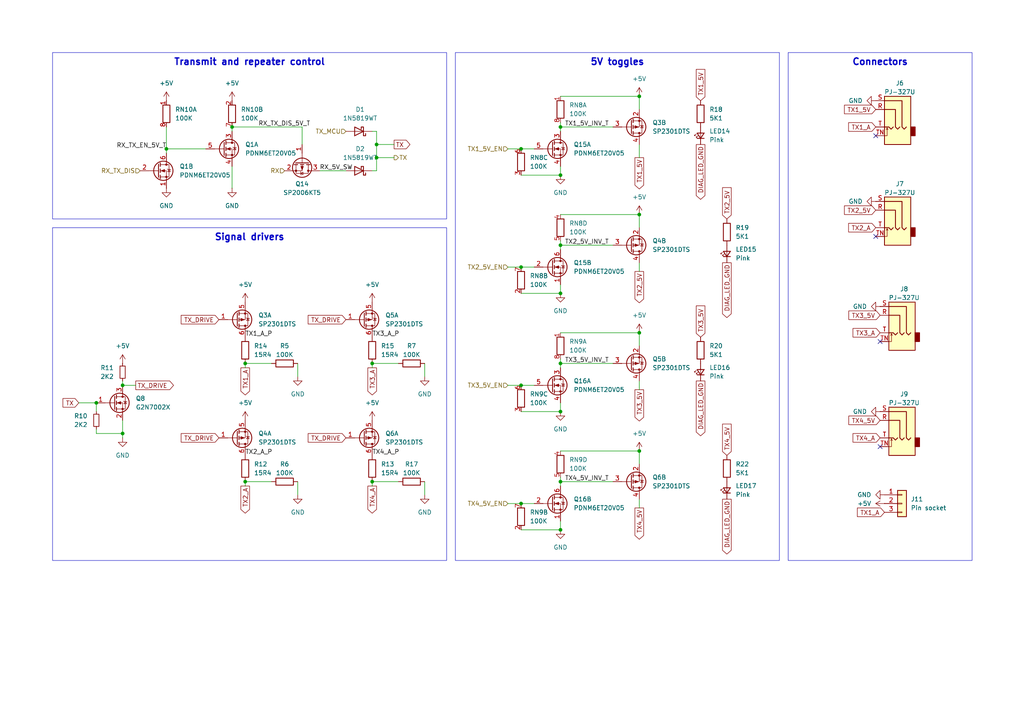
<source format=kicad_sch>
(kicad_sch (version 20250114) (generator "eeschema") (generator_version "9.0")
  (paper "A4")
  (lib_symbols
    (symbol "Connector_Generic:Conn_01x03" (pin_names (offset 1.016) (hide yes))
      (property "Reference" "J" (at 0 5.08 0))
      (property "Value" "Conn_01x03" (at 0 -5.08 0))
      (symbol "Conn_01x03_1_1"
        (rectangle (start -1.27 3.81) (end 1.27 -3.81) (stroke (width 0.254)) (fill (type background)))
        (rectangle (start -1.27 2.667) (end 0 2.413) (stroke (width 0.1524)))
        (rectangle (start -1.27 0.127) (end 0 -0.127) (stroke (width 0.1524)))
        (rectangle (start -1.27 -2.413) (end 0 -2.667) (stroke (width 0.1524)))
        (pin passive line (at -5.08 2.54 0) (length 3.81) (name "Pin_1") (number "1"))
        (pin passive line (at -5.08 0 0) (length 3.81) (name "Pin_2") (number "2"))
        (pin passive line (at -5.08 -2.54 0) (length 3.81) (name "Pin_3") (number "3"))
      )
    )
    (symbol "Device:LED_Small" (pin_numbers (hide yes)) (pin_names (offset 0.254) (hide yes))
      (property "Reference" "D" (at -1.27 3.175 0))
      (property "Value" "LED_Small" (at -4.445 -2.54 0))
      (symbol "LED_Small_0_1"
        (polyline (pts (xy -0.762 -1.016) (xy -0.762 1.016)) (stroke (width 0.254)))
        (polyline (pts (xy 0 0.762) (xy -0.508 1.27) (xy -0.254 1.27) (xy -0.508 1.27) (xy -0.508 1.016)))
        (polyline (pts (xy 0.508 1.27) (xy 0 1.778) (xy 0.254 1.778) (xy 0 1.778) (xy 0 1.524)))
        (polyline (pts (xy 0.762 -1.016) (xy -0.762 0) (xy 0.762 1.016) (xy 0.762 -1.016)) (stroke (width 0.254)))
        (polyline (pts (xy 1.016 0) (xy -0.762 0)))
      )
      (symbol "LED_Small_1_1"
        (pin passive line (at -2.54 0 0) (length 1.778) (name "K") (number "1"))
        (pin passive line (at 2.54 0 180) (length 1.778) (name "A") (number "2"))
      )
    )
    (symbol "Device:R" (pin_numbers (hide yes)) (pin_names (offset 0))
      (property "Reference" "R" (at 2.032 0 90))
      (property "Value" "R" (at 0 0 90))
      (symbol "R_0_1"
        (rectangle (start -1.016 -2.54) (end 1.016 2.54) (stroke (width 0.254)))
      )
      (symbol "R_1_1"
        (pin passive line (at 0 3.81 270) (length 1.27) (name "~") (number "1"))
        (pin passive line (at 0 -3.81 90) (length 1.27) (name "~") (number "2"))
      )
    )
    (symbol "Device:R_Pack04_Split" (pin_names (offset 0) (hide yes))
      (property "Reference" "RN" (at 2.032 0 90))
      (property "Value" "R_Pack04_Split" (at 0 0 90))
      (symbol "R_Pack04_Split_0_1"
        (rectangle (start 1.016 2.54) (end -1.016 -2.54) (stroke (width 0.254)))
      )
      (symbol "R_Pack04_Split_1_1"
        (pin passive line (at 0 3.81 270) (length 1.27) (name "R1.2") (number "8"))
        (pin passive line (at 0 -3.81 90) (length 1.27) (name "R1.1") (number "1"))
      )
      (symbol "R_Pack04_Split_2_1"
        (pin passive line (at 0 3.81 270) (length 1.27) (name "R2.2") (number "7"))
        (pin passive line (at 0 -3.81 90) (length 1.27) (name "R2.1") (number "2"))
      )
      (symbol "R_Pack04_Split_3_1"
        (pin passive line (at 0 3.81 270) (length 1.27) (name "R3.2") (number "6"))
        (pin passive line (at 0 -3.81 90) (length 1.27) (name "R3.1") (number "3"))
      )
      (symbol "R_Pack04_Split_4_1"
        (pin passive line (at 0 3.81 270) (length 1.27) (name "R4.2") (number "5"))
        (pin passive line (at 0 -3.81 90) (length 1.27) (name "R4.1") (number "4"))
      )
    )
    (symbol "Device:R_Small" (pin_numbers (hide yes)) (pin_names (offset 0.254) (hide yes))
      (property "Reference" "R" (at 0 0 90))
      (property "Value" "R_Small" (at 1.778 0 90))
      (symbol "R_Small_0_1"
        (rectangle (start -0.762 1.778) (end 0.762 -1.778) (stroke (width 0.2032)))
      )
      (symbol "R_Small_1_1"
        (pin passive line (at 0 2.54 270) (length 0.762) (name "~") (number "1"))
        (pin passive line (at 0 -2.54 90) (length 0.762) (name "~") (number "2"))
      )
    )
    (symbol "connector:AudioJack3_SwitchT_PJ-327U"
      (property "Reference" "J" (at 0 8.89 0))
      (property "Value" "PJ-327U" (at 0 6.35 0))
      (symbol "AudioJack3_SwitchT_PJ-327U_0_1"
        (rectangle (start -5.08 -5.08) (end -6.35 -7.62) (stroke (width 0.254)) (fill (type outline)))
        (polyline (pts (xy -1.905 -5.08) (xy -1.27 -5.715) (xy -0.635 -5.08) (xy -0.635 0) (xy 2.54 0)) (stroke (width 0.254)))
        (polyline (pts (xy 0 -5.08) (xy 0.635 -5.715) (xy 1.27 -5.08) (xy 2.54 -5.08)) (stroke (width 0.254)))
        (polyline (pts (xy 1.778 -5.334) (xy 2.032 -5.842)))
        (rectangle (start 2.54 3.81) (end -5.08 -10.16) (stroke (width 0.254)) (fill (type background)))
        (polyline (pts (xy 2.54 2.54) (xy -2.54 2.54) (xy -2.54 -5.08) (xy -3.175 -5.715) (xy -3.81 -5.08)) (stroke (width 0.254)))
        (polyline (pts (xy 2.54 -7.62) (xy 1.778 -7.62) (xy 1.778 -5.334) (xy 1.524 -5.842)))
      )
      (symbol "AudioJack3_SwitchT_PJ-327U_1_1"
        (pin passive line (at 5.08 2.54 180) (length 2.54) (name "~") (number "S"))
        (pin passive line (at 5.08 0 180) (length 2.54) (name "~") (number "R"))
        (pin passive line (at 5.08 -5.08 180) (length 2.54) (name "~") (number "T"))
        (pin passive line (at 5.08 -7.62 180) (length 2.54) (name "~") (number "TN"))
      )
    )
    (symbol "discrete:1N5819WT" (pin_numbers (hide yes)) (pin_names (offset 1.016) (hide yes))
      (property "Reference" "D" (at 0 2.54 0))
      (property "Value" "1N5819WT" (at 0 -2.54 0))
      (symbol "1N5819WT_0_1"
        (polyline (pts (xy -1.905 0.635) (xy -1.905 1.27) (xy -1.27 1.27) (xy -1.27 -1.27) (xy -0.635 -1.27) (xy -0.635 -0.635)) (stroke (width 0.254)))
        (polyline (pts (xy 1.27 1.27) (xy 1.27 -1.27) (xy -1.27 0) (xy 1.27 1.27)) (stroke (width 0.254)))
        (polyline (pts (xy 1.27 0) (xy -1.27 0)))
      )
      (symbol "1N5819WT_1_1"
        (pin passive line (at -3.81 0 0) (length 2.54) (name "K") (number "1"))
        (pin passive line (at 3.81 0 180) (length 2.54) (name "A") (number "2"))
      )
    )
    (symbol "discrete:G2N7002X" (pin_names (hide yes))
      (property "Reference" "Q" (at 5.08 1.905 0))
      (property "Value" "G2N7002X" (at 5.08 0 0))
      (symbol "G2N7002X_0_1"
        (polyline (pts (xy 0.254 1.905) (xy 0.254 -1.905)) (stroke (width 0.254)))
        (polyline (pts (xy 0.254 0) (xy -2.54 0)))
        (polyline (pts (xy 0.762 2.286) (xy 0.762 1.27)) (stroke (width 0.254)))
        (polyline (pts (xy 0.762 0.508) (xy 0.762 -0.508)) (stroke (width 0.254)))
        (polyline (pts (xy 0.762 -1.27) (xy 0.762 -2.286)) (stroke (width 0.254)))
        (polyline (pts (xy 0.762 -1.778) (xy 3.302 -1.778) (xy 3.302 1.778) (xy 0.762 1.778)))
        (polyline (pts (xy 1.016 0) (xy 2.032 0.381) (xy 2.032 -0.381) (xy 1.016 0)) (fill (type outline)))
        (circle (center 1.651 0) (radius 2.794) (stroke (width 0.254)))
        (polyline (pts (xy 2.54 2.54) (xy 2.54 1.778)))
        (circle (center 2.54 1.778) (radius 0.254) (fill (type outline)))
        (circle (center 2.54 -1.778) (radius 0.254) (fill (type outline)))
        (polyline (pts (xy 2.54 -2.54) (xy 2.54 0) (xy 0.762 0)))
        (polyline (pts (xy 2.794 0.508) (xy 2.921 0.381) (xy 3.683 0.381) (xy 3.81 0.254)))
        (polyline (pts (xy 3.302 0.381) (xy 2.921 -0.254) (xy 3.683 -0.254) (xy 3.302 0.381)))
      )
      (symbol "G2N7002X_1_1"
        (pin input line (at -5.08 0 0) (length 2.54) (name "G") (number "1"))
        (pin passive line (at 2.54 5.08 270) (length 2.54) (name "D") (number "3"))
        (pin passive line (at 2.54 -5.08 90) (length 2.54) (name "S") (number "2"))
      )
    )
    (symbol "discrete:PDNM6ET20V05" (pin_names (hide yes))
      (property "Reference" "Q" (at 5.08 1.905 0))
      (property "Value" "PDNM6ET20V05" (at 5.08 0 0))
      (symbol "PDNM6ET20V05_0_1"
        (polyline (pts (xy 0.254 1.905) (xy 0.254 -1.905)) (stroke (width 0.254)))
        (polyline (pts (xy 0.254 0) (xy -2.54 0)))
        (polyline (pts (xy 0.762 2.286) (xy 0.762 1.27)) (stroke (width 0.254)))
        (polyline (pts (xy 0.762 0.508) (xy 0.762 -0.508)) (stroke (width 0.254)))
        (polyline (pts (xy 0.762 -1.27) (xy 0.762 -2.286)) (stroke (width 0.254)))
        (polyline (pts (xy 0.762 -1.778) (xy 3.302 -1.778) (xy 3.302 1.778) (xy 0.762 1.778)))
        (polyline (pts (xy 1.016 0) (xy 2.032 0.381) (xy 2.032 -0.381) (xy 1.016 0)) (fill (type outline)))
        (circle (center 1.651 0) (radius 2.794) (stroke (width 0.254)))
        (polyline (pts (xy 2.54 2.54) (xy 2.54 1.778)))
        (circle (center 2.54 1.778) (radius 0.254) (fill (type outline)))
        (circle (center 2.54 -1.778) (radius 0.254) (fill (type outline)))
        (polyline (pts (xy 2.54 -2.54) (xy 2.54 0) (xy 0.762 0)))
        (polyline (pts (xy 2.794 0.508) (xy 2.921 0.381) (xy 3.683 0.381) (xy 3.81 0.254)))
        (polyline (pts (xy 3.302 0.381) (xy 2.921 -0.254) (xy 3.683 -0.254) (xy 3.302 0.381)))
      )
      (symbol "PDNM6ET20V05_1_1"
        (pin input line (at -5.08 0 0) (length 2.54) (name "G") (number "5"))
        (pin passive line (at 2.54 5.08 270) (length 2.54) (name "D") (number "3"))
        (pin passive line (at 2.54 -5.08 90) (length 2.54) (name "S") (number "4"))
      )
      (symbol "PDNM6ET20V05_2_1"
        (pin input line (at -5.08 0 0) (length 2.54) (name "G") (number "2"))
        (pin passive line (at 2.54 5.08 270) (length 2.54) (name "D") (number "6"))
        (pin passive line (at 2.54 -5.08 90) (length 2.54) (name "S") (number "1"))
      )
    )
    (symbol "discrete:SP2006KT5" (pin_names (hide yes))
      (property "Reference" "Q" (at 5.08 1.905 0))
      (property "Value" "SP2006KT5" (at 5.08 0 0))
      (symbol "SP2006KT5_0_1"
        (polyline (pts (xy 0.254 1.905) (xy 0.254 -1.905)) (stroke (width 0.254)))
        (polyline (pts (xy 0.254 0) (xy -2.54 0)))
        (polyline (pts (xy 0.762 2.286) (xy 0.762 1.27)) (stroke (width 0.254)))
        (polyline (pts (xy 0.762 1.778) (xy 3.302 1.778) (xy 3.302 -1.778) (xy 0.762 -1.778)))
        (polyline (pts (xy 0.762 0.508) (xy 0.762 -0.508)) (stroke (width 0.254)))
        (polyline (pts (xy 0.762 -1.27) (xy 0.762 -2.286)) (stroke (width 0.254)))
        (circle (center 1.651 0) (radius 2.794) (stroke (width 0.254)))
        (polyline (pts (xy 2.286 0) (xy 1.27 0.381) (xy 1.27 -0.381) (xy 2.286 0)) (fill (type outline)))
        (polyline (pts (xy 2.54 2.54) (xy 2.54 1.778)))
        (circle (center 2.54 1.778) (radius 0.254) (fill (type outline)))
        (circle (center 2.54 -1.778) (radius 0.254) (fill (type outline)))
        (polyline (pts (xy 2.54 -2.54) (xy 2.54 0) (xy 0.762 0)))
        (polyline (pts (xy 2.794 -0.508) (xy 2.921 -0.381) (xy 3.683 -0.381) (xy 3.81 -0.254)))
        (polyline (pts (xy 3.302 -0.381) (xy 2.921 0.254) (xy 3.683 0.254) (xy 3.302 -0.381)))
      )
      (symbol "SP2006KT5_1_1"
        (pin input line (at -5.08 0 0) (length 2.54) (name "G") (number "1"))
        (pin passive line (at 2.54 5.08 270) (length 2.54) (name "D") (number "3"))
        (pin passive line (at 2.54 -5.08 90) (length 2.54) (name "S") (number "2"))
      )
    )
    (symbol "discrete:SP2301DTS" (pin_names (hide yes))
      (property "Reference" "Q" (at 5.08 1.905 0))
      (property "Value" "SP2301DTS" (at 5.08 0 0))
      (symbol "SP2301DTS_0_1"
        (polyline (pts (xy 0.254 1.905) (xy 0.254 -1.905)) (stroke (width 0.254)))
        (polyline (pts (xy 0.254 0) (xy -2.54 0)))
        (polyline (pts (xy 0.762 2.286) (xy 0.762 1.27)) (stroke (width 0.254)))
        (polyline (pts (xy 0.762 1.778) (xy 3.302 1.778) (xy 3.302 -1.778) (xy 0.762 -1.778)))
        (polyline (pts (xy 0.762 0.508) (xy 0.762 -0.508)) (stroke (width 0.254)))
        (polyline (pts (xy 0.762 -1.27) (xy 0.762 -2.286)) (stroke (width 0.254)))
        (circle (center 1.651 0) (radius 2.794) (stroke (width 0.254)))
        (polyline (pts (xy 2.286 0) (xy 1.27 0.381) (xy 1.27 -0.381) (xy 2.286 0)) (fill (type outline)))
        (polyline (pts (xy 2.54 2.54) (xy 2.54 1.778)))
        (circle (center 2.54 1.778) (radius 0.254) (fill (type outline)))
        (circle (center 2.54 -1.778) (radius 0.254) (fill (type outline)))
        (polyline (pts (xy 2.54 -2.54) (xy 2.54 0) (xy 0.762 0)))
        (polyline (pts (xy 2.794 -0.508) (xy 2.921 -0.381) (xy 3.683 -0.381) (xy 3.81 -0.254)))
        (polyline (pts (xy 3.302 -0.381) (xy 2.921 0.254) (xy 3.683 0.254) (xy 3.302 -0.381)))
      )
      (symbol "SP2301DTS_1_1"
        (pin input line (at -5.08 0 0) (length 2.54) (name "G1") (number "1"))
        (pin passive line (at 2.54 5.08 270) (length 2.54) (name "D1") (number "6"))
        (pin passive line (at 2.54 -5.08 90) (length 2.54) (name "S1") (number "5"))
      )
      (symbol "SP2301DTS_2_1"
        (pin input line (at -5.08 0 0) (length 2.54) (name "G2") (number "3"))
        (pin passive line (at 2.54 5.08 270) (length 2.54) (name "D2") (number "4"))
        (pin passive line (at 2.54 -5.08 90) (length 2.54) (name "S2") (number "2"))
      )
    )
    (symbol "power:GND" (power) (pin_numbers (hide yes)) (pin_names (offset 0) (hide yes))
      (property "Value" "GND" (at 0 -3.81 0))
      (symbol "GND_0_1"
        (polyline (pts (xy 0 0) (xy 0 -1.27) (xy 1.27 -1.27) (xy 0 -2.54) (xy -1.27 -1.27) (xy 0 -1.27)))
      )
      (symbol "GND_1_1"
        (pin power_in line (at 0 0 270) (length 0) (name "~") (number "1"))
      )
    )
    (symbol "power:VCC" (power) (pin_numbers (hide yes)) (pin_names (offset 0) (hide yes))
      (property "Value" "VCC" (at 0 3.556 0))
      (symbol "VCC_0_1"
        (polyline (pts (xy -0.762 1.27) (xy 0 2.54)))
        (polyline (pts (xy 0 2.54) (xy 0.762 1.27)))
        (polyline (pts (xy 0 0) (xy 0 2.54)))
      )
      (symbol "VCC_1_1"
        (pin power_in line (at 0 0 90) (length 0) (name "~") (number "1"))
      )
    )
  )
  (text_box "Transmit and repeater control" (at 15.24 15.24 0) (size 114.3 48.26) (margins 1.4923 1.4923 1.4923 1.4923) (stroke (width 0.127)) (effects (font (size 1.905 1.905) (thickness 0.381) (bold yes)) (justify top)))
  (text_box "Connectors" (at 228.6 15.24 0) (size 53.34 147.32) (margins 1.4923 1.4923 1.4923 1.4923) (stroke (width 0.127)) (effects (font (size 1.905 1.905) (thickness 0.381) (bold yes)) (justify top)))
  (text_box "5V toggles" (at 132.08 15.24 0) (size 93.98 147.32) (margins 1.4923 1.4923 1.4923 1.4923) (stroke (width 0.127)) (effects (font (size 1.905 1.905) (thickness 0.381) (bold yes)) (justify top)))
  (text_box "Signal drivers" (at 15.24 66.04 0) (size 114.3 96.52) (margins 1.4923 1.4923 1.4923 1.4923) (stroke (width 0.127)) (effects (font (size 1.905 1.905) (thickness 0.381) (bold yes)) (justify top)))
  (junction (at 185.42 130.81))
  (junction (at 151.13 146.05))
  (junction (at 151.13 43.18))
  (junction (at 162.56 105.41))
  (junction (at 109.22 41.91))
  (junction (at 162.56 71.12))
  (junction (at 107.95 105.41))
  (junction (at 162.56 85.09))
  (junction (at 109.22 45.72))
  (junction (at 151.13 77.47))
  (junction (at 27.94 116.84))
  (junction (at 185.42 62.23))
  (junction (at 162.56 36.83))
  (junction (at 162.56 119.38))
  (junction (at 35.56 111.76))
  (junction (at 151.13 111.76))
  (junction (at 185.42 27.94))
  (junction (at 185.42 96.52))
  (junction (at 71.12 139.7))
  (junction (at 162.56 50.8))
  (junction (at 48.26 43.18))
  (junction (at 162.56 139.7))
  (junction (at 35.56 125.73))
  (junction (at 107.95 139.7))
  (junction (at 162.56 153.67))
  (junction (at 67.31 36.83))
  (junction (at 71.12 105.41))
  (no_connect (at 254 68.58))
  (no_connect (at 255.27 99.06))
  (no_connect (at 254 39.37))
  (no_connect (at 255.27 129.54))
  (wire (pts (xy 107.95 105.41) (xy 115.57 105.41)))
  (wire (pts (xy 185.42 147.32) (xy 185.42 144.78)))
  (wire (pts (xy 35.56 125.73) (xy 35.56 127)))
  (wire (pts (xy 35.56 121.92) (xy 35.56 125.73)))
  (wire (pts (xy 162.56 119.38) (xy 162.56 116.84)))
  (wire (pts (xy 107.95 38.1) (xy 109.22 38.1)))
  (wire (pts (xy 87.63 36.83) (xy 87.63 41.91)))
  (wire (pts (xy 185.42 62.23) (xy 185.42 66.04)))
  (wire (pts (xy 109.22 38.1) (xy 109.22 41.91)))
  (wire (pts (xy 162.56 27.94) (xy 185.42 27.94)))
  (wire (pts (xy 107.95 140.97) (xy 107.95 139.7)))
  (wire (pts (xy 162.56 104.14) (xy 162.56 105.41)))
  (wire (pts (xy 162.56 71.12) (xy 177.8 71.12)))
  (wire (pts (xy 48.26 36.83) (xy 48.26 43.18)))
  (wire (pts (xy 86.36 139.7) (xy 86.36 143.51)))
  (wire (pts (xy 162.56 36.83) (xy 162.56 38.1)))
  (wire (pts (xy 71.12 140.97) (xy 71.12 139.7)))
  (wire (pts (xy 86.36 105.41) (xy 86.36 109.22)))
  (wire (pts (xy 147.32 146.05) (xy 151.13 146.05)))
  (wire (pts (xy 107.95 139.7) (xy 115.57 139.7)))
  (wire (pts (xy 162.56 96.52) (xy 185.42 96.52)))
  (wire (pts (xy 71.12 106.68) (xy 71.12 105.41)))
  (wire (pts (xy 162.56 71.12) (xy 162.56 72.39)))
  (wire (pts (xy 27.94 125.73) (xy 35.56 125.73)))
  (wire (pts (xy 151.13 119.38) (xy 162.56 119.38)))
  (wire (pts (xy 48.26 43.18) (xy 59.69 43.18)))
  (wire (pts (xy 151.13 111.76) (xy 154.94 111.76)))
  (wire (pts (xy 71.12 139.7) (xy 78.74 139.7)))
  (wire (pts (xy 162.56 69.85) (xy 162.56 71.12)))
  (wire (pts (xy 162.56 36.83) (xy 177.8 36.83)))
  (wire (pts (xy 162.56 153.67) (xy 162.56 151.13)))
  (wire (pts (xy 151.13 146.05) (xy 154.94 146.05)))
  (wire (pts (xy 123.19 139.7) (xy 123.19 143.51)))
  (wire (pts (xy 185.42 130.81) (xy 185.42 134.62)))
  (wire (pts (xy 162.56 130.81) (xy 185.42 130.81)))
  (wire (pts (xy 151.13 43.18) (xy 154.94 43.18)))
  (wire (pts (xy 123.19 105.41) (xy 123.19 109.22)))
  (wire (pts (xy 67.31 54.61) (xy 67.31 48.26)))
  (wire (pts (xy 151.13 153.67) (xy 162.56 153.67)))
  (wire (pts (xy 35.56 110.49) (xy 35.56 111.76)))
  (wire (pts (xy 162.56 138.43) (xy 162.56 139.7)))
  (wire (pts (xy 109.22 41.91) (xy 109.22 45.72)))
  (wire (pts (xy 22.86 116.84) (xy 27.94 116.84)))
  (wire (pts (xy 185.42 78.74) (xy 185.42 76.2)))
  (wire (pts (xy 185.42 113.03) (xy 185.42 110.49)))
  (wire (pts (xy 151.13 77.47) (xy 154.94 77.47)))
  (wire (pts (xy 147.32 43.18) (xy 151.13 43.18)))
  (wire (pts (xy 109.22 45.72) (xy 114.3 45.72)))
  (wire (pts (xy 27.94 124.46) (xy 27.94 125.73)))
  (wire (pts (xy 67.31 36.83) (xy 87.63 36.83)))
  (wire (pts (xy 109.22 41.91) (xy 114.3 41.91)))
  (wire (pts (xy 162.56 85.09) (xy 162.56 82.55)))
  (wire (pts (xy 147.32 77.47) (xy 151.13 77.47)))
  (wire (pts (xy 185.42 27.94) (xy 185.42 31.75)))
  (wire (pts (xy 67.31 36.83) (xy 67.31 38.1)))
  (wire (pts (xy 48.26 43.18) (xy 48.26 44.45)))
  (wire (pts (xy 27.94 116.84) (xy 27.94 119.38)))
  (wire (pts (xy 107.95 49.53) (xy 109.22 49.53)))
  (wire (pts (xy 162.56 50.8) (xy 162.56 48.26)))
  (wire (pts (xy 71.12 105.41) (xy 78.74 105.41)))
  (wire (pts (xy 185.42 96.52) (xy 185.42 100.33)))
  (wire (pts (xy 92.71 49.53) (xy 100.33 49.53)))
  (wire (pts (xy 109.22 45.72) (xy 109.22 49.53)))
  (wire (pts (xy 162.56 62.23) (xy 185.42 62.23)))
  (wire (pts (xy 147.32 111.76) (xy 151.13 111.76)))
  (wire (pts (xy 107.95 106.68) (xy 107.95 105.41)))
  (wire (pts (xy 185.42 41.91) (xy 185.42 45.72)))
  (wire (pts (xy 162.56 35.56) (xy 162.56 36.83)))
  (wire (pts (xy 151.13 50.8) (xy 162.56 50.8)))
  (wire (pts (xy 151.13 85.09) (xy 162.56 85.09)))
  (wire (pts (xy 162.56 139.7) (xy 162.56 140.97)))
  (wire (pts (xy 162.56 105.41) (xy 162.56 106.68)))
  (wire (pts (xy 35.56 111.76) (xy 39.37 111.76)))
  (wire (pts (xy 162.56 105.41) (xy 177.8 105.41)))
  (wire (pts (xy 162.56 139.7) (xy 177.8 139.7)))
  (label "TX2_A_P" (at 71.12 132.08 0))
  (label "TX1_5V_INV_T" (at 163.83 36.83 0))
  (label "RX_TX_EN_5V_T" (at 48.26 43.18 180))
  (label "TX4_5V_INV_T" (at 163.83 139.7 0))
  (label "TX4_A_P" (at 107.95 132.08 0))
  (label "RX_TX_DIS_5V_T" (at 74.93 36.83 0))
  (label "TX1_A_P" (at 71.12 97.79 0))
  (label "TX3_5V_INV_T" (at 163.83 105.41 0))
  (label "RX_5V_SW" (at 92.71 49.53 0))
  (label "TX2_5V_INV_T" (at 163.83 71.12 0))
  (label "TX3_A_P" (at 107.95 97.79 0))
  (global_label "TX1_A" (shape input) (at 254 36.83 180) (property "Intersheetrefs" "${INTERSHEET_REFS}" (effects (hide yes))))
  (global_label "TX3_A" (shape input) (at 255.27 96.52 180) (property "Intersheetrefs" "${INTERSHEET_REFS}" (effects (hide yes))))
  (global_label "TX4_A" (shape output) (at 107.95 140.97 270) (property "Intersheetrefs" "${INTERSHEET_REFS}" (effects (hide yes))))
  (global_label "TX2_5V" (shape output) (at 185.42 78.74 270) (property "Intersheetrefs" "${INTERSHEET_REFS}" (effects (hide yes))))
  (global_label "TX1_5V" (shape output) (at 185.42 45.72 270) (property "Intersheetrefs" "${INTERSHEET_REFS}" (effects (hide yes))))
  (global_label "TX1_5V" (shape input) (at 254 31.75 180) (property "Intersheetrefs" "${INTERSHEET_REFS}" (effects (hide yes))))
  (global_label "TX1_5V" (shape input) (at 203.2 29.21 90) (property "Intersheetrefs" "${INTERSHEET_REFS}" (effects (hide yes))))
  (global_label "TX4_5V" (shape input) (at 210.82 132.08 90) (property "Intersheetrefs" "${INTERSHEET_REFS}" (effects (hide yes))))
  (global_label "TX3_5V" (shape input) (at 203.2 97.79 90) (property "Intersheetrefs" "${INTERSHEET_REFS}" (effects (hide yes))))
  (global_label "TX3_5V" (shape input) (at 255.27 91.44 180) (property "Intersheetrefs" "${INTERSHEET_REFS}" (effects (hide yes))))
  (global_label "TX1_A" (shape input) (at 256.54 148.59 180) (property "Intersheetrefs" "${INTERSHEET_REFS}" (effects (hide yes))))
  (global_label "DIAG_LED_GND" (shape output) (at 210.82 76.2 270) (property "Intersheetrefs" "${INTERSHEET_REFS}" (effects (hide yes))))
  (global_label "TX_DRIVE" (shape output) (at 39.37 111.76 0) (property "Intersheetrefs" "${INTERSHEET_REFS}" (effects (hide yes))))
  (global_label "DIAG_LED_GND" (shape output) (at 203.2 110.49 270) (property "Intersheetrefs" "${INTERSHEET_REFS}" (effects (hide yes))))
  (global_label "TX_DRIVE" (shape input) (at 100.33 127 180) (property "Intersheetrefs" "${INTERSHEET_REFS}" (effects (hide yes))))
  (global_label "DIAG_LED_GND" (shape output) (at 210.82 144.78 270) (property "Intersheetrefs" "${INTERSHEET_REFS}" (effects (hide yes))))
  (global_label "TX_DRIVE" (shape input) (at 100.33 92.71 180) (property "Intersheetrefs" "${INTERSHEET_REFS}" (effects (hide yes))))
  (global_label "DIAG_LED_GND" (shape output) (at 203.2 41.91 270) (property "Intersheetrefs" "${INTERSHEET_REFS}" (effects (hide yes))))
  (global_label "TX2_A" (shape input) (at 254 66.04 180) (property "Intersheetrefs" "${INTERSHEET_REFS}" (effects (hide yes))))
  (global_label "TX3_5V" (shape output) (at 185.42 113.03 270) (property "Intersheetrefs" "${INTERSHEET_REFS}" (effects (hide yes))))
  (global_label "TX4_5V" (shape input) (at 255.27 121.92 180) (property "Intersheetrefs" "${INTERSHEET_REFS}" (effects (hide yes))))
  (global_label "TX3_A" (shape output) (at 107.95 106.68 270) (property "Intersheetrefs" "${INTERSHEET_REFS}" (effects (hide yes))))
  (global_label "TX2_A" (shape output) (at 71.12 140.97 270) (property "Intersheetrefs" "${INTERSHEET_REFS}" (effects (hide yes))))
  (global_label "TX2_5V" (shape input) (at 210.82 63.5 90) (property "Intersheetrefs" "${INTERSHEET_REFS}" (effects (hide yes))))
  (global_label "TX4_5V" (shape output) (at 185.42 147.32 270) (property "Intersheetrefs" "${INTERSHEET_REFS}" (effects (hide yes))))
  (global_label "TX2_5V" (shape input) (at 254 60.96 180) (property "Intersheetrefs" "${INTERSHEET_REFS}" (effects (hide yes))))
  (global_label "TX_DRIVE" (shape input) (at 63.5 92.71 180) (property "Intersheetrefs" "${INTERSHEET_REFS}" (effects (hide yes))))
  (global_label "TX4_A" (shape input) (at 255.27 127 180) (property "Intersheetrefs" "${INTERSHEET_REFS}" (effects (hide yes))))
  (global_label "TX1_A" (shape output) (at 71.12 106.68 270) (property "Intersheetrefs" "${INTERSHEET_REFS}" (effects (hide yes))))
  (global_label "TX_DRIVE" (shape input) (at 63.5 127 180) (property "Intersheetrefs" "${INTERSHEET_REFS}" (effects (hide yes))))
  (global_label "TX" (shape input) (at 22.86 116.84 180) (property "Intersheetrefs" "${INTERSHEET_REFS}" (effects (hide yes))))
  (global_label "TX" (shape output) (at 114.3 41.91 0) (property "Intersheetrefs" "${INTERSHEET_REFS}" (effects (hide yes))))
  (hierarchical_label "TX" (shape output) (at 114.3 45.72 0))
  (hierarchical_label "TX2_5V_EN" (shape input) (at 147.32 77.47 180))
  (hierarchical_label "RX" (shape input) (at 82.55 49.53 180))
  (hierarchical_label "TX_MCU" (shape input) (at 100.33 38.1 180))
  (hierarchical_label "TX4_5V_EN" (shape input) (at 147.32 146.05 180))
  (hierarchical_label "TX1_5V_EN" (shape input) (at 147.32 43.18 180))
  (hierarchical_label "TX3_5V_EN" (shape input) (at 147.32 111.76 180))
  (hierarchical_label "RX_TX_DIS" (shape input) (at 40.64 49.53 180))
  (symbol (lib_id "Device:R_Pack04_Split") (at 162.56 66.04 180) (unit 4)
    (property "Reference" "RN8" (at 165.1 64.7699 0) (effects (justify right)))
    (property "Value" "100K" (at 165.1 67.3099 0) (effects (justify right)))
    (property "Footprint" "discrete:R_Array_Convex_4x0603" (effects (hide yes)))
    (property "Description" "4 resistor network, parallel topology, split" (effects (hide yes)))
    (property "LCSC Part" "C110374" (effects (hide yes)))
  )
  (symbol (lib_id "power:VCC") (at 35.56 105.41 0) (unit 1)
    (property "Reference" "#PWR070" (effects (hide yes)))
    (property "Value" "+5V" (at 35.56 100.33 0))
    (property "Description" "Power symbol creates a global label with name \"VCC\"" (effects (hide yes)))
  )
  (symbol (lib_id "power:GND") (at 48.26 54.61 0) (unit 1)
    (property "Reference" "#PWR025" (effects (hide yes)))
    (property "Value" "GND" (at 48.26 59.69 0))
    (property "Description" "Power symbol creates a global label with name \"GND\" , ground" (effects (hide yes)))
  )
  (symbol (lib_id "power:GND") (at 255.27 119.38 270) (unit 1)
    (property "Reference" "#PWR090" (effects (hide yes)))
    (property "Value" "GND" (at 251.46 119.3799 90) (effects (justify right)))
    (property "Description" "Power symbol creates a global label with name \"GND\" , ground" (effects (hide yes)))
  )
  (symbol (lib_id "Device:R") (at 71.12 135.89 0) (unit 1)
    (property "Reference" "R12" (at 73.66 134.6199 0) (effects (justify left)))
    (property "Value" "15R4" (at 73.66 137.1599 0) (effects (justify left)))
    (property "Footprint" "Resistor_SMD:R_1206_3216Metric" (effects (hide yes)))
    (property "Description" "Resistor" (effects (hide yes)))
    (property "LCSC Part" "C3013373" (effects (hide yes)))
  )
  (symbol (lib_id "power:GND") (at 255.27 88.9 270) (unit 1)
    (property "Reference" "#PWR089" (effects (hide yes)))
    (property "Value" "GND" (at 251.46 88.8999 90) (effects (justify right)))
    (property "Description" "Power symbol creates a global label with name \"GND\" , ground" (effects (hide yes)))
  )
  (symbol (lib_id "discrete:SP2301DTS") (at 182.88 105.41 0) (mirror x) (unit 2)
    (property "Reference" "Q5" (at 189.23 104.1399 0) (effects (justify left)))
    (property "Value" "SP2301DTS" (at 189.23 106.6799 0) (effects (justify left)))
    (property "Footprint" "Package_TO_SOT_SMD:SOT-23-6" (effects (hide yes)))
    (property "Datasheet" "https://www.lcsc.com/datasheet/lcsc_datasheet_2411212332_Siliup-SP2301DTS_C41355155.pdf" (effects (hide yes)))
    (property "Description" "-3A Id, -20V Vds, Dual P-Channel MOSFET, SOT-23-6" (effects (hide yes)))
    (property "LCSC Part" "C41355155" (effects (hide yes)))
  )
  (symbol (lib_id "Device:R_Pack04_Split") (at 67.31 33.02 180) (unit 2)
    (property "Reference" "RN10" (at 69.85 31.7499 0) (effects (justify right)))
    (property "Value" "100K" (at 69.85 34.2899 0) (effects (justify right)))
    (property "Footprint" "discrete:R_Array_Convex_4x0603" (effects (hide yes)))
    (property "Description" "4 resistor network, parallel topology, split" (effects (hide yes)))
    (property "LCSC Part" "C110374" (effects (hide yes)))
  )
  (symbol (lib_id "power:VCC") (at 107.95 121.92 0) (unit 1)
    (property "Reference" "#PWR069" (effects (hide yes)))
    (property "Value" "+5V" (at 107.95 116.84 0))
    (property "Description" "Power symbol creates a global label with name \"VCC\"" (effects (hide yes)))
  )
  (symbol (lib_id "power:GND") (at 35.56 127 0) (unit 1)
    (property "Reference" "#PWR071" (effects (hide yes)))
    (property "Value" "GND" (at 35.56 132.08 0))
    (property "Description" "Power symbol creates a global label with name \"GND\" , ground" (effects (hide yes)))
  )
  (symbol (lib_id "connector:AudioJack3_SwitchT_PJ-327U") (at 260.35 121.92 0) (mirror y) (unit 1)
    (property "Reference" "J9" (at 262.255 114.3 0))
    (property "Value" "PJ-327U" (at 262.255 116.84 0))
    (property "Footprint" "connector:Jack_3.5mm_PJ-327U-SMT_Horizontal" (effects (hide yes)))
    (property "Description" "Audio Jack, 3 Poles (Stereo / TRS), Switched T Pole (Normalling)" (effects (hide yes)))
    (property "LCSC Part" "C397453" (effects (hide yes)))
  )
  (symbol (lib_id "Device:R_Pack04_Split") (at 151.13 81.28 0) (unit 2)
    (property "Reference" "RN8" (at 153.67 80.0099 0) (effects (justify left)))
    (property "Value" "100K" (at 153.67 82.5499 0) (effects (justify left)))
    (property "Footprint" "discrete:R_Array_Convex_4x0603" (effects (hide yes)))
    (property "Description" "4 resistor network, parallel topology, split" (effects (hide yes)))
    (property "LCSC Part" "C110374" (effects (hide yes)))
  )
  (symbol (lib_id "discrete:SP2301DTS") (at 68.58 92.71 0) (mirror x) (unit 1)
    (property "Reference" "Q3" (at 74.93 91.4399 0) (effects (justify left)))
    (property "Value" "SP2301DTS" (at 74.93 93.9799 0) (effects (justify left)))
    (property "Footprint" "Package_TO_SOT_SMD:SOT-23-6" (effects (hide yes)))
    (property "Datasheet" "https://www.lcsc.com/datasheet/lcsc_datasheet_2411212332_Siliup-SP2301DTS_C41355155.pdf" (effects (hide yes)))
    (property "Description" "-3A Id, -20V Vds, Dual P-Channel MOSFET, SOT-23-6" (effects (hide yes)))
    (property "LCSC Part" "C41355155" (effects (hide yes)))
  )
  (symbol (lib_id "power:GND") (at 67.31 54.61 0) (unit 1)
    (property "Reference" "#PWR058" (effects (hide yes)))
    (property "Value" "GND" (at 67.31 59.69 0))
    (property "Description" "Power symbol creates a global label with name \"GND\" , ground" (effects (hide yes)))
  )
  (symbol (lib_id "Device:LED_Small") (at 203.2 39.37 90) (unit 1)
    (property "Reference" "LED14" (at 205.74 38.0364 90) (effects (justify right)))
    (property "Value" "Pink" (at 205.74 40.5764 90) (effects (justify right)))
    (property "Footprint" "discrete:LED_0603_1608Metric" (effects (hide yes)))
    (property "Description" "Light emitting diode, small symbol" (effects (hide yes)))
    (property "LCSC Part" "C7496826" (effects (hide yes)))
    (property "Sim.Pin" "1=K 2=A" (effects (hide yes)))
  )
  (symbol (lib_id "power:VCC") (at 185.42 130.81 0) (unit 1)
    (property "Reference" "#PWR0140" (effects (hide yes)))
    (property "Value" "+5V" (at 185.42 125.73 0))
    (property "Description" "Power symbol creates a global label with name \"VCC\"" (effects (hide yes)))
  )
  (symbol (lib_id "discrete:PDNM6ET20V05") (at 160.02 77.47 0) (unit 2)
    (property "Reference" "Q15" (at 166.37 76.1999 0) (effects (justify left)))
    (property "Value" "PDNM6ET20V05" (at 166.37 78.7399 0) (effects (justify left)))
    (property "Footprint" "Package_TO_SOT_SMD:SOT-563" (effects (hide yes)))
    (property "Datasheet" "https://www.lcsc.com/datasheet/lcsc_datasheet_2410121242_Shanghai-Prisemi-Elec-PDNM6ET20V05_C918811.pdf" (effects (hide yes)))
    (property "Description" "500mA Id, 20V Vds, Dual N-Channel MOSFET, SOT-563" (effects (hide yes)))
    (property "LCSC Part" "C918811" (effects (hide yes)))
  )
  (symbol (lib_id "power:GND") (at 254 29.21 270) (unit 1)
    (property "Reference" "#PWR085" (effects (hide yes)))
    (property "Value" "GND" (at 250.19 29.2099 90) (effects (justify right)))
    (property "Description" "Power symbol creates a global label with name \"GND\" , ground" (effects (hide yes)))
  )
  (symbol (lib_id "Device:R_Small") (at 27.94 121.92 0) (mirror y) (unit 1)
    (property "Reference" "R10" (at 25.4 120.6499 0) (effects (justify left)))
    (property "Value" "2K2" (at 25.4 123.1899 0) (effects (justify left)))
    (property "Footprint" "Resistor_SMD:R_0603_1608Metric" (effects (hide yes)))
    (property "Description" "Resistor, small symbol" (effects (hide yes)))
    (property "LCSC Part" "C4190" (effects (hide yes)))
  )
  (symbol (lib_id "power:VCC") (at 107.95 87.63 0) (unit 1)
    (property "Reference" "#PWR065" (effects (hide yes)))
    (property "Value" "+5V" (at 107.95 82.55 0))
    (property "Description" "Power symbol creates a global label with name \"VCC\"" (effects (hide yes)))
  )
  (symbol (lib_id "Device:R") (at 203.2 101.6 180) (unit 1)
    (property "Reference" "R20" (at 205.74 100.3299 0) (effects (justify right)))
    (property "Value" "5K1" (at 205.74 102.8699 0) (effects (justify right)))
    (property "Footprint" "Resistor_SMD:R_0603_1608Metric" (effects (hide yes)))
    (property "Description" "Resistor" (effects (hide yes)))
    (property "LCSC Part" "C23186" (effects (hide yes)))
  )
  (symbol (lib_id "Device:R") (at 71.12 101.6 0) (unit 1)
    (property "Reference" "R14" (at 73.66 100.3299 0) (effects (justify left)))
    (property "Value" "15R4" (at 73.66 102.8699 0) (effects (justify left)))
    (property "Footprint" "Resistor_SMD:R_1206_3216Metric" (effects (hide yes)))
    (property "Description" "Resistor" (effects (hide yes)))
    (property "LCSC Part" "C3013373" (effects (hide yes)))
  )
  (symbol (lib_id "Device:R") (at 210.82 67.31 180) (unit 1)
    (property "Reference" "R19" (at 213.36 66.0399 0) (effects (justify right)))
    (property "Value" "5K1" (at 213.36 68.5799 0) (effects (justify right)))
    (property "Footprint" "Resistor_SMD:R_0603_1608Metric" (effects (hide yes)))
    (property "Description" "Resistor" (effects (hide yes)))
    (property "LCSC Part" "C23186" (effects (hide yes)))
  )
  (symbol (lib_id "power:VCC") (at 185.42 96.52 0) (unit 1)
    (property "Reference" "#PWR0139" (effects (hide yes)))
    (property "Value" "+5V" (at 185.42 91.44 0))
    (property "Description" "Power symbol creates a global label with name \"VCC\"" (effects (hide yes)))
  )
  (symbol (lib_id "Device:R") (at 82.55 139.7 90) (unit 1)
    (property "Reference" "R6" (at 82.55 134.62 90))
    (property "Value" "100K" (at 82.55 137.16 90))
    (property "Footprint" "Resistor_SMD:R_0603_1608Metric" (effects (hide yes)))
    (property "Description" "Resistor" (effects (hide yes)))
    (property "LCSC Part" "C25803" (effects (hide yes)))
  )
  (symbol (lib_id "Device:R_Pack04_Split") (at 151.13 149.86 0) (mirror y) (unit 2)
    (property "Reference" "RN9" (at 153.67 148.5899 0) (effects (justify right)))
    (property "Value" "100K" (at 153.67 151.1299 0) (effects (justify right)))
    (property "Footprint" "discrete:R_Array_Convex_4x0603" (effects (hide yes)))
    (property "Description" "4 resistor network, parallel topology, split" (effects (hide yes)))
    (property "LCSC Part" "C110374" (effects (hide yes)))
  )
  (symbol (lib_id "Device:R_Pack04_Split") (at 162.56 100.33 180) (unit 1)
    (property "Reference" "RN9" (at 165.1 99.0599 0) (effects (justify right)))
    (property "Value" "100K" (at 165.1 101.5999 0) (effects (justify right)))
    (property "Footprint" "discrete:R_Array_Convex_4x0603" (effects (hide yes)))
    (property "Description" "4 resistor network, parallel topology, split" (effects (hide yes)))
    (property "LCSC Part" "C110374" (effects (hide yes)))
  )
  (symbol (lib_id "power:GND") (at 162.56 50.8 0) (unit 1)
    (property "Reference" "#PWR0135" (effects (hide yes)))
    (property "Value" "GND" (at 162.56 55.88 0))
    (property "Description" "Power symbol creates a global label with name \"GND\" , ground" (effects (hide yes)))
  )
  (symbol (lib_id "Device:R") (at 107.95 101.6 0) (unit 1)
    (property "Reference" "R15" (at 110.49 100.3299 0) (effects (justify left)))
    (property "Value" "15R4" (at 110.49 102.8699 0) (effects (justify left)))
    (property "Footprint" "Resistor_SMD:R_1206_3216Metric" (effects (hide yes)))
    (property "Description" "Resistor" (effects (hide yes)))
    (property "LCSC Part" "C3013373" (effects (hide yes)))
  )
  (symbol (lib_id "discrete:SP2301DTS") (at 182.88 139.7 0) (mirror x) (unit 2)
    (property "Reference" "Q6" (at 189.23 138.4299 0) (effects (justify left)))
    (property "Value" "SP2301DTS" (at 189.23 140.9699 0) (effects (justify left)))
    (property "Footprint" "Package_TO_SOT_SMD:SOT-23-6" (effects (hide yes)))
    (property "Datasheet" "https://www.lcsc.com/datasheet/lcsc_datasheet_2411212332_Siliup-SP2301DTS_C41355155.pdf" (effects (hide yes)))
    (property "Description" "-3A Id, -20V Vds, Dual P-Channel MOSFET, SOT-23-6" (effects (hide yes)))
    (property "LCSC Part" "C41355155" (effects (hide yes)))
  )
  (symbol (lib_id "power:GND") (at 256.54 143.51 270) (unit 1)
    (property "Reference" "#PWR0121" (effects (hide yes)))
    (property "Value" "GND" (at 252.73 143.5099 90) (effects (justify right)))
    (property "Description" "Power symbol creates a global label with name \"GND\" , ground" (effects (hide yes)))
  )
  (symbol (lib_id "connector:AudioJack3_SwitchT_PJ-327U") (at 259.08 60.96 0) (mirror y) (unit 1)
    (property "Reference" "J7" (at 260.985 53.34 0))
    (property "Value" "PJ-327U" (at 260.985 55.88 0))
    (property "Footprint" "connector:Jack_3.5mm_PJ-327U-SMT_Horizontal" (effects (hide yes)))
    (property "Description" "Audio Jack, 3 Poles (Stereo / TRS), Switched T Pole (Normalling)" (effects (hide yes)))
    (property "LCSC Part" "C397453" (effects (hide yes)))
  )
  (symbol (lib_id "discrete:SP2301DTS") (at 182.88 71.12 0) (mirror x) (unit 2)
    (property "Reference" "Q4" (at 189.23 69.8499 0) (effects (justify left)))
    (property "Value" "SP2301DTS" (at 189.23 72.3899 0) (effects (justify left)))
    (property "Footprint" "Package_TO_SOT_SMD:SOT-23-6" (effects (hide yes)))
    (property "Datasheet" "https://www.lcsc.com/datasheet/lcsc_datasheet_2411212332_Siliup-SP2301DTS_C41355155.pdf" (effects (hide yes)))
    (property "Description" "-3A Id, -20V Vds, Dual P-Channel MOSFET, SOT-23-6" (effects (hide yes)))
    (property "LCSC Part" "C41355155" (effects (hide yes)))
  )
  (symbol (lib_id "Device:R_Pack04_Split") (at 162.56 31.75 180) (unit 1)
    (property "Reference" "RN8" (at 165.1 30.4799 0) (effects (justify right)))
    (property "Value" "100K" (at 165.1 33.0199 0) (effects (justify right)))
    (property "Footprint" "discrete:R_Array_Convex_4x0603" (effects (hide yes)))
    (property "Description" "4 resistor network, parallel topology, split" (effects (hide yes)))
    (property "LCSC Part" "C110374" (effects (hide yes)))
  )
  (symbol (lib_id "Device:LED_Small") (at 203.2 107.95 90) (unit 1)
    (property "Reference" "LED16" (at 205.74 106.6164 90) (effects (justify right)))
    (property "Value" "Pink" (at 205.74 109.1564 90) (effects (justify right)))
    (property "Footprint" "discrete:LED_0603_1608Metric" (effects (hide yes)))
    (property "Description" "Light emitting diode, small symbol" (effects (hide yes)))
    (property "LCSC Part" "C7496826" (effects (hide yes)))
    (property "Sim.Pin" "1=K 2=A" (effects (hide yes)))
  )
  (symbol (lib_id "Connector_Generic:Conn_01x03") (at 261.62 146.05 0) (unit 1)
    (property "Reference" "J11" (at 264.16 144.7799 0) (effects (justify left)))
    (property "Value" "Pin socket" (at 264.16 147.3199 0) (effects (justify left)))
    (property "Footprint" "Connector_PinSocket_2.54mm:PinSocket_1x03_P2.54mm_Vertical" (effects (hide yes)))
    (property "Description" "Generic connector, single row, 01x03, script generated (kicad-library-utils/schlib/autogen/connector/)" (effects (hide yes)))
  )
  (symbol (lib_id "power:GND") (at 86.36 143.51 0) (unit 1)
    (property "Reference" "#PWR072" (effects (hide yes)))
    (property "Value" "GND" (at 86.36 148.59 0))
    (property "Description" "Power symbol creates a global label with name \"GND\" , ground" (effects (hide yes)))
  )
  (symbol (lib_id "power:GND") (at 162.56 119.38 0) (unit 1)
    (property "Reference" "#PWR075" (effects (hide yes)))
    (property "Value" "GND" (at 162.56 124.46 0))
    (property "Description" "Power symbol creates a global label with name \"GND\" , ground" (effects (hide yes)))
  )
  (symbol (lib_id "power:VCC") (at 185.42 62.23 0) (unit 1)
    (property "Reference" "#PWR0137" (effects (hide yes)))
    (property "Value" "+5V" (at 185.42 57.15 0))
    (property "Description" "Power symbol creates a global label with name \"VCC\"" (effects (hide yes)))
  )
  (symbol (lib_id "discrete:1N5819WT") (at 104.14 38.1 180) (unit 1)
    (property "Reference" "D1" (at 104.4575 31.75 0))
    (property "Value" "1N5819WT" (at 104.4575 34.29 0))
    (property "Footprint" "package:D_SOD-523" (effects (hide yes)))
    (property "Datasheet" "https://www.lcsc.com/datasheet/lcsc_datasheet_2403011756_JSMSEMI-1N5819WT_C20754784.pdf" (effects (hide yes)))
    (property "Description" "40V 600mV@200mA 350mA SOD-523 Schottky Barrier Diodes, SOD-523" (effects (hide yes)))
    (property "LCSC Part" "C20754784" (effects (hide yes)))
  )
  (symbol (lib_id "discrete:PDNM6ET20V05") (at 160.02 111.76 0) (unit 1)
    (property "Reference" "Q16" (at 166.37 110.4899 0) (effects (justify left)))
    (property "Value" "PDNM6ET20V05" (at 166.37 113.0299 0) (effects (justify left)))
    (property "Footprint" "Package_TO_SOT_SMD:SOT-563" (effects (hide yes)))
    (property "Datasheet" "https://www.lcsc.com/datasheet/lcsc_datasheet_2410121242_Shanghai-Prisemi-Elec-PDNM6ET20V05_C918811.pdf" (effects (hide yes)))
    (property "Description" "500mA Id, 20V Vds, Dual N-Channel MOSFET, SOT-563" (effects (hide yes)))
    (property "LCSC Part" "C918811" (effects (hide yes)))
  )
  (symbol (lib_id "Device:R") (at 119.38 105.41 90) (unit 1)
    (property "Reference" "R7" (at 119.38 100.33 90))
    (property "Value" "100K" (at 119.38 102.87 90))
    (property "Footprint" "Resistor_SMD:R_0603_1608Metric" (effects (hide yes)))
    (property "Description" "Resistor" (effects (hide yes)))
    (property "LCSC Part" "C25803" (effects (hide yes)))
  )
  (symbol (lib_id "Device:R") (at 210.82 135.89 180) (unit 1)
    (property "Reference" "R22" (at 213.36 134.6199 0) (effects (justify right)))
    (property "Value" "5K1" (at 213.36 137.1599 0) (effects (justify right)))
    (property "Footprint" "Resistor_SMD:R_0603_1608Metric" (effects (hide yes)))
    (property "Description" "Resistor" (effects (hide yes)))
    (property "LCSC Part" "C23186" (effects (hide yes)))
  )
  (symbol (lib_id "discrete:PDNM6ET20V05") (at 45.72 49.53 0) (unit 2)
    (property "Reference" "Q1" (at 52.07 48.2599 0) (effects (justify left)))
    (property "Value" "PDNM6ET20V05" (at 52.07 50.7999 0) (effects (justify left)))
    (property "Footprint" "Package_TO_SOT_SMD:SOT-563" (effects (hide yes)))
    (property "Datasheet" "https://www.lcsc.com/datasheet/lcsc_datasheet_2410121242_Shanghai-Prisemi-Elec-PDNM6ET20V05_C918811.pdf" (effects (hide yes)))
    (property "Description" "500mA Id, 20V Vds, Dual N-Channel MOSFET, SOT-563" (effects (hide yes)))
    (property "LCSC Part" "C918811" (effects (hide yes)))
  )
  (symbol (lib_id "Device:LED_Small") (at 210.82 73.66 90) (unit 1)
    (property "Reference" "LED15" (at 213.36 72.3264 90) (effects (justify right)))
    (property "Value" "Pink" (at 213.36 74.8664 90) (effects (justify right)))
    (property "Footprint" "discrete:LED_0603_1608Metric" (effects (hide yes)))
    (property "Description" "Light emitting diode, small symbol" (effects (hide yes)))
    (property "LCSC Part" "C7496826" (effects (hide yes)))
    (property "Sim.Pin" "1=K 2=A" (effects (hide yes)))
  )
  (symbol (lib_id "connector:AudioJack3_SwitchT_PJ-327U") (at 260.35 91.44 0) (mirror y) (unit 1)
    (property "Reference" "J8" (at 262.255 83.82 0))
    (property "Value" "PJ-327U" (at 262.255 86.36 0))
    (property "Footprint" "connector:Jack_3.5mm_PJ-327U-SMT_Horizontal" (effects (hide yes)))
    (property "Description" "Audio Jack, 3 Poles (Stereo / TRS), Switched T Pole (Normalling)" (effects (hide yes)))
    (property "LCSC Part" "C397453" (effects (hide yes)))
  )
  (symbol (lib_id "power:VCC") (at 48.26 29.21 0) (unit 1)
    (property "Reference" "#PWR023" (effects (hide yes)))
    (property "Value" "+5V" (at 48.26 24.13 0))
    (property "Description" "Power symbol creates a global label with name \"VCC\"" (effects (hide yes)))
  )
  (symbol (lib_id "power:VCC") (at 71.12 121.92 0) (unit 1)
    (property "Reference" "#PWR068" (effects (hide yes)))
    (property "Value" "+5V" (at 71.12 116.84 0))
    (property "Description" "Power symbol creates a global label with name \"VCC\"" (effects (hide yes)))
  )
  (symbol (lib_id "Device:R_Pack04_Split") (at 151.13 46.99 0) (unit 3)
    (property "Reference" "RN8" (at 153.67 45.7199 0) (effects (justify left)))
    (property "Value" "100K" (at 153.67 48.2599 0) (effects (justify left)))
    (property "Footprint" "discrete:R_Array_Convex_4x0603" (effects (hide yes)))
    (property "Description" "4 resistor network, parallel topology, split" (effects (hide yes)))
    (property "LCSC Part" "C110374" (effects (hide yes)))
  )
  (symbol (lib_id "power:GND") (at 162.56 153.67 0) (unit 1)
    (property "Reference" "#PWR0138" (effects (hide yes)))
    (property "Value" "GND" (at 162.56 158.75 0))
    (property "Description" "Power symbol creates a global label with name \"GND\" , ground" (effects (hide yes)))
  )
  (symbol (lib_id "power:GND") (at 123.19 143.51 0) (unit 1)
    (property "Reference" "#PWR073" (effects (hide yes)))
    (property "Value" "GND" (at 123.19 148.59 0))
    (property "Description" "Power symbol creates a global label with name \"GND\" , ground" (effects (hide yes)))
  )
  (symbol (lib_id "discrete:SP2006KT5") (at 87.63 46.99 270) (unit 1)
    (property "Reference" "Q14" (at 87.63 53.34 90))
    (property "Value" "SP2006KT5" (at 87.63 55.88 90))
    (property "Footprint" "package:SOT-523" (effects (hide yes)))
    (property "Datasheet" "https://www.lcsc.com/datasheet/lcsc_datasheet_2411212332_Siliup-SP2006KT5_C41355141.pdf" (effects (hide yes)))
    (property "Description" "-0.66A Id, -20V Vds, P-Channel MOSFET, SOT-563" (effects (hide yes)))
    (property "LCSC Part" "C41355141" (effects (hide yes)))
  )
  (symbol (lib_id "power:VCC") (at 71.12 87.63 0) (unit 1)
    (property "Reference" "#PWR064" (effects (hide yes)))
    (property "Value" "+5V" (at 71.12 82.55 0))
    (property "Description" "Power symbol creates a global label with name \"VCC\"" (effects (hide yes)))
  )
  (symbol (lib_id "Device:R") (at 119.38 139.7 90) (unit 1)
    (property "Reference" "R17" (at 119.38 134.62 90))
    (property "Value" "100K" (at 119.38 137.16 90))
    (property "Footprint" "Resistor_SMD:R_0603_1608Metric" (effects (hide yes)))
    (property "Description" "Resistor" (effects (hide yes)))
    (property "LCSC Part" "C25803" (effects (hide yes)))
  )
  (symbol (lib_id "power:GND") (at 86.36 109.22 0) (unit 1)
    (property "Reference" "#PWR066" (effects (hide yes)))
    (property "Value" "GND" (at 86.36 114.3 0))
    (property "Description" "Power symbol creates a global label with name \"GND\" , ground" (effects (hide yes)))
  )
  (symbol (lib_id "connector:AudioJack3_SwitchT_PJ-327U") (at 259.08 31.75 0) (mirror y) (unit 1)
    (property "Reference" "J6" (at 260.985 24.13 0))
    (property "Value" "PJ-327U" (at 260.985 26.67 0))
    (property "Footprint" "connector:Jack_3.5mm_PJ-327U-SMT_Horizontal" (effects (hide yes)))
    (property "Description" "Audio Jack, 3 Poles (Stereo / TRS), Switched T Pole (Normalling)" (effects (hide yes)))
    (property "LCSC Part" "C397453" (effects (hide yes)))
  )
  (symbol (lib_id "discrete:1N5819WT") (at 104.14 49.53 180) (unit 1)
    (property "Reference" "D2" (at 104.4575 43.18 0))
    (property "Value" "1N5819WT" (at 104.4575 45.72 0))
    (property "Footprint" "package:D_SOD-523" (effects (hide yes)))
    (property "Datasheet" "https://www.lcsc.com/datasheet/lcsc_datasheet_2403011756_JSMSEMI-1N5819WT_C20754784.pdf" (effects (hide yes)))
    (property "Description" "40V 600mV@200mA 350mA SOD-523 Schottky Barrier Diodes, SOD-523" (effects (hide yes)))
    (property "LCSC Part" "C20754784" (effects (hide yes)))
  )
  (symbol (lib_id "power:VCC") (at 67.31 29.21 0) (unit 1)
    (property "Reference" "#PWR028" (effects (hide yes)))
    (property "Value" "+5V" (at 67.31 24.13 0))
    (property "Description" "Power symbol creates a global label with name \"VCC\"" (effects (hide yes)))
  )
  (symbol (lib_id "Device:R_Pack04_Split") (at 162.56 134.62 180) (unit 4)
    (property "Reference" "RN9" (at 165.1 133.3499 0) (effects (justify right)))
    (property "Value" "100K" (at 165.1 135.8899 0) (effects (justify right)))
    (property "Footprint" "discrete:R_Array_Convex_4x0603" (effects (hide yes)))
    (property "Description" "4 resistor network, parallel topology, split" (effects (hide yes)))
    (property "LCSC Part" "C110374" (effects (hide yes)))
  )
  (symbol (lib_id "Device:R_Pack04_Split") (at 151.13 115.57 0) (mirror y) (unit 3)
    (property "Reference" "RN9" (at 153.67 114.2999 0) (effects (justify right)))
    (property "Value" "100K" (at 153.67 116.8399 0) (effects (justify right)))
    (property "Footprint" "discrete:R_Array_Convex_4x0603" (effects (hide yes)))
    (property "Description" "4 resistor network, parallel topology, split" (effects (hide yes)))
    (property "LCSC Part" "C110374" (effects (hide yes)))
  )
  (symbol (lib_id "Device:LED_Small") (at 210.82 142.24 90) (unit 1)
    (property "Reference" "LED17" (at 213.36 140.9064 90) (effects (justify right)))
    (property "Value" "Pink" (at 213.36 143.4464 90) (effects (justify right)))
    (property "Footprint" "discrete:LED_0603_1608Metric" (effects (hide yes)))
    (property "Description" "Light emitting diode, small symbol" (effects (hide yes)))
    (property "LCSC Part" "C7496826" (effects (hide yes)))
    (property "Sim.Pin" "1=K 2=A" (effects (hide yes)))
  )
  (symbol (lib_id "power:VCC") (at 185.42 27.94 0) (unit 1)
    (property "Reference" "#PWR0113" (effects (hide yes)))
    (property "Value" "+5V" (at 185.42 22.86 0))
    (property "Description" "Power symbol creates a global label with name \"VCC\"" (effects (hide yes)))
  )
  (symbol (lib_id "discrete:PDNM6ET20V05") (at 160.02 146.05 0) (unit 2)
    (property "Reference" "Q16" (at 166.37 144.7799 0) (effects (justify left)))
    (property "Value" "PDNM6ET20V05" (at 166.37 147.3199 0) (effects (justify left)))
    (property "Footprint" "Package_TO_SOT_SMD:SOT-563" (effects (hide yes)))
    (property "Datasheet" "https://www.lcsc.com/datasheet/lcsc_datasheet_2410121242_Shanghai-Prisemi-Elec-PDNM6ET20V05_C918811.pdf" (effects (hide yes)))
    (property "Description" "500mA Id, 20V Vds, Dual N-Channel MOSFET, SOT-563" (effects (hide yes)))
    (property "LCSC Part" "C918811" (effects (hide yes)))
  )
  (symbol (lib_id "power:VCC") (at 256.54 146.05 90) (unit 1)
    (property "Reference" "#PWR0122" (effects (hide yes)))
    (property "Value" "+5V" (at 252.73 146.0499 90) (effects (justify left)))
    (property "Description" "Power symbol creates a global label with name \"VCC\"" (effects (hide yes)))
  )
  (symbol (lib_id "discrete:PDNM6ET20V05") (at 160.02 43.18 0) (unit 1)
    (property "Reference" "Q15" (at 166.37 41.9099 0) (effects (justify left)))
    (property "Value" "PDNM6ET20V05" (at 166.37 44.4499 0) (effects (justify left)))
    (property "Footprint" "Package_TO_SOT_SMD:SOT-563" (effects (hide yes)))
    (property "Datasheet" "https://www.lcsc.com/datasheet/lcsc_datasheet_2410121242_Shanghai-Prisemi-Elec-PDNM6ET20V05_C918811.pdf" (effects (hide yes)))
    (property "Description" "500mA Id, 20V Vds, Dual N-Channel MOSFET, SOT-563" (effects (hide yes)))
    (property "LCSC Part" "C918811" (effects (hide yes)))
  )
  (symbol (lib_id "discrete:SP2301DTS") (at 105.41 92.71 0) (mirror x) (unit 1)
    (property "Reference" "Q5" (at 111.76 91.4399 0) (effects (justify left)))
    (property "Value" "SP2301DTS" (at 111.76 93.9799 0) (effects (justify left)))
    (property "Footprint" "Package_TO_SOT_SMD:SOT-23-6" (effects (hide yes)))
    (property "Datasheet" "https://www.lcsc.com/datasheet/lcsc_datasheet_2411212332_Siliup-SP2301DTS_C41355155.pdf" (effects (hide yes)))
    (property "Description" "-3A Id, -20V Vds, Dual P-Channel MOSFET, SOT-23-6" (effects (hide yes)))
    (property "LCSC Part" "C41355155" (effects (hide yes)))
  )
  (symbol (lib_id "discrete:SP2301DTS") (at 182.88 36.83 0) (mirror x) (unit 2)
    (property "Reference" "Q3" (at 189.23 35.5599 0) (effects (justify left)))
    (property "Value" "SP2301DTS" (at 189.23 38.0999 0) (effects (justify left)))
    (property "Footprint" "Package_TO_SOT_SMD:SOT-23-6" (effects (hide yes)))
    (property "Datasheet" "https://www.lcsc.com/datasheet/lcsc_datasheet_2411212332_Siliup-SP2301DTS_C41355155.pdf" (effects (hide yes)))
    (property "Description" "-3A Id, -20V Vds, Dual P-Channel MOSFET, SOT-23-6" (effects (hide yes)))
    (property "LCSC Part" "C41355155" (effects (hide yes)))
  )
  (symbol (lib_id "discrete:PDNM6ET20V05") (at 64.77 43.18 0) (unit 1)
    (property "Reference" "Q1" (at 71.12 41.9099 0) (effects (justify left)))
    (property "Value" "PDNM6ET20V05" (at 71.12 44.4499 0) (effects (justify left)))
    (property "Footprint" "Package_TO_SOT_SMD:SOT-563" (effects (hide yes)))
    (property "Datasheet" "https://www.lcsc.com/datasheet/lcsc_datasheet_2410121242_Shanghai-Prisemi-Elec-PDNM6ET20V05_C918811.pdf" (effects (hide yes)))
    (property "Description" "500mA Id, 20V Vds, Dual N-Channel MOSFET, SOT-563" (effects (hide yes)))
    (property "LCSC Part" "C918811" (effects (hide yes)))
  )
  (symbol (lib_id "power:GND") (at 123.19 109.22 0) (unit 1)
    (property "Reference" "#PWR067" (effects (hide yes)))
    (property "Value" "GND" (at 123.19 114.3 0))
    (property "Description" "Power symbol creates a global label with name \"GND\" , ground" (effects (hide yes)))
  )
  (symbol (lib_id "Device:R_Pack04_Split") (at 48.26 33.02 180) (unit 1)
    (property "Reference" "RN10" (at 50.8 31.7499 0) (effects (justify right)))
    (property "Value" "100K" (at 50.8 34.2899 0) (effects (justify right)))
    (property "Footprint" "discrete:R_Array_Convex_4x0603" (effects (hide yes)))
    (property "Description" "4 resistor network, parallel topology, split" (effects (hide yes)))
    (property "LCSC Part" "C110374" (effects (hide yes)))
  )
  (symbol (lib_id "discrete:SP2301DTS") (at 105.41 127 0) (mirror x) (unit 1)
    (property "Reference" "Q6" (at 111.76 125.7299 0) (effects (justify left)))
    (property "Value" "SP2301DTS" (at 111.76 128.2699 0) (effects (justify left)))
    (property "Footprint" "Package_TO_SOT_SMD:SOT-23-6" (effects (hide yes)))
    (property "Datasheet" "https://www.lcsc.com/datasheet/lcsc_datasheet_2411212332_Siliup-SP2301DTS_C41355155.pdf" (effects (hide yes)))
    (property "Description" "-3A Id, -20V Vds, Dual P-Channel MOSFET, SOT-23-6" (effects (hide yes)))
    (property "LCSC Part" "C41355155" (effects (hide yes)))
  )
  (symbol (lib_id "discrete:SP2301DTS") (at 68.58 127 0) (mirror x) (unit 1)
    (property "Reference" "Q4" (at 74.93 125.7299 0) (effects (justify left)))
    (property "Value" "SP2301DTS" (at 74.93 128.2699 0) (effects (justify left)))
    (property "Footprint" "Package_TO_SOT_SMD:SOT-23-6" (effects (hide yes)))
    (property "Datasheet" "https://www.lcsc.com/datasheet/lcsc_datasheet_2411212332_Siliup-SP2301DTS_C41355155.pdf" (effects (hide yes)))
    (property "Description" "-3A Id, -20V Vds, Dual P-Channel MOSFET, SOT-23-6" (effects (hide yes)))
    (property "LCSC Part" "C41355155" (effects (hide yes)))
  )
  (symbol (lib_id "discrete:G2N7002X") (at 33.02 116.84 0) (unit 1)
    (property "Reference" "Q8" (at 39.37 115.5699 0) (effects (justify left)))
    (property "Value" "G2N7002X" (at 39.37 118.1099 0) (effects (justify left)))
    (property "Footprint" "package:SOT-523" (effects (hide yes)))
    (property "Datasheet" "https://www.lcsc.com/datasheet/lcsc_datasheet_2410121447_GOFORD-G2N7002X_C5258971.pdf" (effects (hide yes)))
    (property "Description" "0.340A Id, 60V Vds, N-Channel MOSFET, SOT-523" (effects (hide yes)))
    (property "LCSC Part" "C5258971" (effects (hide yes)))
  )
  (symbol (lib_id "Device:R") (at 107.95 135.89 0) (unit 1)
    (property "Reference" "R13" (at 110.49 134.6199 0) (effects (justify left)))
    (property "Value" "15R4" (at 110.49 137.1599 0) (effects (justify left)))
    (property "Footprint" "Resistor_SMD:R_1206_3216Metric" (effects (hide yes)))
    (property "Description" "Resistor" (effects (hide yes)))
    (property "LCSC Part" "C3013373" (effects (hide yes)))
  )
  (symbol (lib_id "Device:R") (at 82.55 105.41 90) (unit 1)
    (property "Reference" "R5" (at 82.55 100.33 90))
    (property "Value" "100K" (at 82.55 102.87 90))
    (property "Footprint" "Resistor_SMD:R_0603_1608Metric" (effects (hide yes)))
    (property "Description" "Resistor" (effects (hide yes)))
    (property "LCSC Part" "C25803" (effects (hide yes)))
  )
  (symbol (lib_id "power:GND") (at 254 58.42 270) (unit 1)
    (property "Reference" "#PWR088" (effects (hide yes)))
    (property "Value" "GND" (at 250.19 58.4199 90) (effects (justify right)))
    (property "Description" "Power symbol creates a global label with name \"GND\" , ground" (effects (hide yes)))
  )
  (symbol (lib_id "Device:R") (at 203.2 33.02 180) (unit 1)
    (property "Reference" "R18" (at 205.74 31.7499 0) (effects (justify right)))
    (property "Value" "5K1" (at 205.74 34.2899 0) (effects (justify right)))
    (property "Footprint" "Resistor_SMD:R_0603_1608Metric" (effects (hide yes)))
    (property "Description" "Resistor" (effects (hide yes)))
    (property "LCSC Part" "C23186" (effects (hide yes)))
  )
  (symbol (lib_id "power:GND") (at 162.56 85.09 0) (unit 1)
    (property "Reference" "#PWR0136" (effects (hide yes)))
    (property "Value" "GND" (at 162.56 90.17 0))
    (property "Description" "Power symbol creates a global label with name \"GND\" , ground" (effects (hide yes)))
  )
  (symbol (lib_id "Device:R_Small") (at 35.56 107.95 0) (mirror y) (unit 1)
    (property "Reference" "R11" (at 33.02 106.6799 0) (effects (justify left)))
    (property "Value" "2K2" (at 33.02 109.2199 0) (effects (justify left)))
    (property "Footprint" "Resistor_SMD:R_0603_1608Metric" (effects (hide yes)))
    (property "Description" "Resistor, small symbol" (effects (hide yes)))
    (property "LCSC Part" "C4190" (effects (hide yes)))
  )
)
</source>
